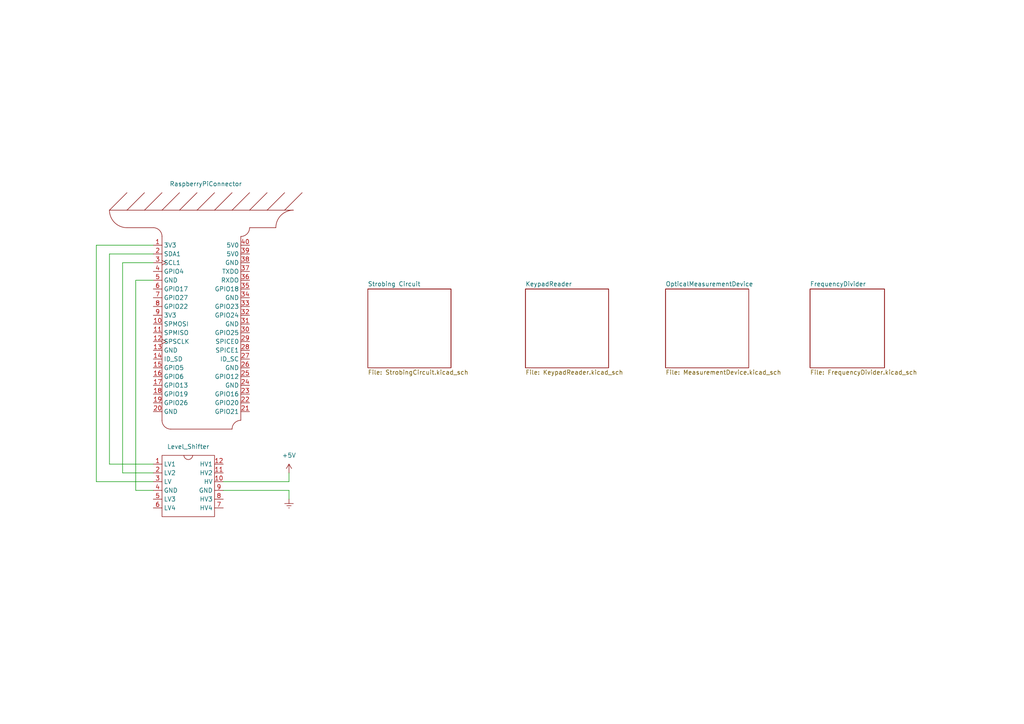
<source format=kicad_sch>
(kicad_sch (version 20211123) (generator eeschema)
  (paper "A4")
  (lib_symbols
    (symbol "EGR_270:Level_Shifter"
      (property "Reference" "U" (at 0 -10.16 0))
      (property "Value" "Level_Shifter" (at 0 10.16 0))
      (symbol "Level_Shifter_0_1"
        (rectangle (start -7.62 8.89) (end 7.62 -8.89))
        (arc (start -1.27 8.89) (mid 0 7.684) (end 1.27 8.89))
      )
      (symbol "Level_Shifter_1_1"
        (pin bidirectional line (at -10.16 6.35 0) (length 2.54) (name "LV1") (number "1"))
        (pin power_in line (at 10.16 1.27 180) (length 2.54) (name "HV") (number "10"))
        (pin bidirectional line (at 10.16 3.81 180) (length 2.54) (name "HV2") (number "11"))
        (pin bidirectional line (at 10.16 6.35 180) (length 2.54) (name "HV1") (number "12"))
        (pin bidirectional line (at -10.16 3.81 0) (length 2.54) (name "LV2") (number "2"))
        (pin power_in line (at -10.16 1.27 0) (length 2.54) (name "LV") (number "3"))
        (pin power_out line (at -10.16 -1.27 0) (length 2.54) (name "GND") (number "4"))
        (pin bidirectional line (at -10.16 -3.81 0) (length 2.54) (name "LV3") (number "5"))
        (pin bidirectional line (at -10.16 -6.35 0) (length 2.54) (name "LV4") (number "6"))
        (pin bidirectional line (at 10.16 -6.35 180) (length 2.54) (name "HV4") (number "7"))
        (pin bidirectional line (at 10.16 -3.81 180) (length 2.54) (name "HV3") (number "8"))
        (pin power_out line (at 10.16 -1.27 180) (length 2.54) (name "GND") (number "9"))
      )
    )
    (symbol "EGR_270:RaspberryPiConnector"
      (property "Reference" "U" (at 0 -27.94 0))
      (property "Value" "RaspberryPiConnector" (at -1.27 31.75 0))
      (symbol "RaspberryPiConnector_0_1"
        (arc (start -26.67 34.29) (mid -25.1815 30.6985) (end -21.59 29.21))
        (arc (start -11.43 -26.67) (mid -10.6861 -28.4661) (end -8.89 -29.21))
        (arc (start -11.43 26.67) (mid -12.1739 28.4661) (end -13.97 29.21))
        (polyline (pts (xy -26.67 34.29) (xy -21.59 39.37)))
        (polyline (pts (xy -26.67 34.29) (xy 26.67 34.29)))
        (polyline (pts (xy -21.59 34.29) (xy -16.51 39.37)))
        (polyline (pts (xy -16.51 34.29) (xy -11.43 39.37)))
        (polyline (pts (xy -13.97 29.21) (xy -21.59 29.21)))
        (polyline (pts (xy -11.43 -26.67) (xy -11.43 26.67)))
        (polyline (pts (xy -11.43 34.29) (xy -6.35 39.37)))
        (polyline (pts (xy -8.89 -29.21) (xy 8.89 -29.21)))
        (polyline (pts (xy -6.35 34.29) (xy -1.27 39.37)))
        (polyline (pts (xy -1.27 34.29) (xy 3.81 39.37)))
        (polyline (pts (xy 3.81 34.29) (xy 8.89 39.37)))
        (polyline (pts (xy 8.89 34.29) (xy 13.97 39.37)))
        (polyline (pts (xy 11.43 -26.67) (xy 11.43 26.67)))
        (polyline (pts (xy 13.97 29.21) (xy 21.59 29.21)))
        (polyline (pts (xy 13.97 34.29) (xy 19.05 39.37)))
        (polyline (pts (xy 19.05 34.29) (xy 24.13 39.37)))
        (polyline (pts (xy 24.13 34.29) (xy 29.21 39.37)))
        (arc (start 11.43 -26.67) (mid 7.0939 -24.8739) (end 8.89 -29.21))
        (arc (start 11.43 26.67) (mid 15.7661 24.8739) (end 13.97 29.21))
        (arc (start 26.67 34.29) (mid 17.9979 37.8821) (end 21.59 29.21))
      )
      (symbol "RaspberryPiConnector_1_1"
        (pin power_out line (at -13.97 24.13 0) (length 2.54) (name "3V3") (number "1"))
        (pin output line (at -13.97 1.27 0) (length 2.54) (name "SPMOSI") (number "10"))
        (pin input line (at -13.97 -1.27 0) (length 2.54) (name "SPMISO") (number "11"))
        (pin output clock (at -13.97 -3.81 0) (length 2.54) (name "SPSCLK") (number "12"))
        (pin power_out line (at -13.97 -6.35 0) (length 2.54) (name "GND") (number "13"))
        (pin bidirectional line (at -13.97 -8.89 0) (length 2.54) (name "ID_SD") (number "14"))
        (pin bidirectional line (at -13.97 -11.43 0) (length 2.54) (name "GPIO5") (number "15"))
        (pin bidirectional line (at -13.97 -13.97 0) (length 2.54) (name "GPIO6") (number "16"))
        (pin bidirectional line (at -13.97 -16.51 0) (length 2.54) (name "GPIO13") (number "17"))
        (pin bidirectional line (at -13.97 -19.05 0) (length 2.54) (name "GPIO19") (number "18"))
        (pin bidirectional line (at -13.97 -21.59 0) (length 2.54) (name "GPIO26") (number "19"))
        (pin bidirectional line (at -13.97 21.59 0) (length 2.54) (name "SDA1") (number "2"))
        (pin power_out line (at -13.97 -24.13 0) (length 2.54) (name "GND") (number "20"))
        (pin bidirectional line (at 13.97 -24.13 180) (length 2.54) (name "GPIO21") (number "21"))
        (pin bidirectional line (at 13.97 -21.59 180) (length 2.54) (name "GPIO20") (number "22"))
        (pin bidirectional line (at 13.97 -19.05 180) (length 2.54) (name "GPIO16") (number "23"))
        (pin power_out line (at 13.97 -16.51 180) (length 2.54) (name "GND") (number "24"))
        (pin bidirectional line (at 13.97 -13.97 180) (length 2.54) (name "GPIO12") (number "25"))
        (pin power_out line (at 13.97 -11.43 180) (length 2.54) (name "GND") (number "26"))
        (pin bidirectional line (at 13.97 -8.89 180) (length 2.54) (name "ID_SC") (number "27"))
        (pin bidirectional line (at 13.97 -6.35 180) (length 2.54) (name "SPICE1") (number "28"))
        (pin bidirectional line (at 13.97 -3.81 180) (length 2.54) (name "SPICE0") (number "29"))
        (pin output clock (at -13.97 19.05 0) (length 2.54) (name "SCL1") (number "3"))
        (pin bidirectional line (at 13.97 -1.27 180) (length 2.54) (name "GPIO25") (number "30"))
        (pin power_out line (at 13.97 1.27 180) (length 2.54) (name "GND") (number "31"))
        (pin bidirectional line (at 13.97 3.81 180) (length 2.54) (name "GPIO24") (number "32"))
        (pin bidirectional line (at 13.97 6.35 180) (length 2.54) (name "GPIO23") (number "33"))
        (pin power_out line (at 13.97 8.89 180) (length 2.54) (name "GND") (number "34"))
        (pin bidirectional line (at 13.97 11.43 180) (length 2.54) (name "GPIO18") (number "35"))
        (pin input line (at 13.97 13.97 180) (length 2.54) (name "RXDO") (number "36"))
        (pin output line (at 13.97 16.51 180) (length 2.54) (name "TXDO") (number "37"))
        (pin power_out line (at 13.97 19.05 180) (length 2.54) (name "GND") (number "38"))
        (pin power_out line (at 13.97 21.59 180) (length 2.54) (name "5V0") (number "39"))
        (pin bidirectional line (at -13.97 16.51 0) (length 2.54) (name "GPIO4") (number "4"))
        (pin power_out line (at 13.97 24.13 180) (length 2.54) (name "5V0") (number "40"))
        (pin power_out line (at -13.97 13.97 0) (length 2.54) (name "GND") (number "5"))
        (pin bidirectional line (at -13.97 11.43 0) (length 2.54) (name "GPIO17") (number "6"))
        (pin bidirectional line (at -13.97 8.89 0) (length 2.54) (name "GPIO27") (number "7"))
        (pin bidirectional line (at -13.97 6.35 0) (length 2.54) (name "GPIO22") (number "8"))
        (pin power_out line (at -13.97 3.81 0) (length 2.54) (name "3V3") (number "9"))
      )
    )
    (symbol "power:+5V" (power) (pin_names (offset 0))
      (property "Value" "+5V" (at 0 3.556 0))
      (symbol "+5V_0_1"
        (polyline (pts (xy -0.762 1.27) (xy 0 2.54)))
        (polyline (pts (xy 0 0) (xy 0 2.54)))
        (polyline (pts (xy 0 2.54) (xy 0.762 1.27)))
      )
      (symbol "+5V_1_1"
        (pin power_in line (at 0 0 90) (length 0) hide (name "+5V") (number "1"))
      )
    )
    (symbol "power:Earth" (power) (pin_names (offset 0))
      (symbol "Earth_0_1"
        (polyline (pts (xy -0.635 -1.905) (xy 0.635 -1.905)))
        (polyline (pts (xy -0.127 -2.54) (xy 0.127 -2.54)))
        (polyline (pts (xy 0 -1.27) (xy 0 0)))
        (polyline (pts (xy 1.27 -1.27) (xy -1.27 -1.27)))
      )
      (symbol "Earth_1_1"
        (pin power_in line (at 0 0 270) (length 0) hide (name "Earth") (number "1"))
      )
    )
  )
  (wire (pts (xy 27.94 71.12) (xy 27.94 139.7)))
  (wire (pts (xy 35.56 137.16) (xy 44.45 137.16)))
  (wire (pts (xy 31.75 134.62) (xy 44.45 134.62)))
  (wire (pts (xy 64.77 142.24) (xy 83.82 142.24)))
  (wire (pts (xy 83.82 142.24) (xy 83.82 144.78)))
  (wire (pts (xy 44.45 73.66) (xy 31.75 73.66)))
  (wire (pts (xy 39.37 81.28) (xy 44.45 81.28)))
  (wire (pts (xy 39.37 81.28) (xy 39.37 142.24)))
  (wire (pts (xy 44.45 76.2) (xy 35.56 76.2)))
  (wire (pts (xy 83.82 139.7) (xy 83.82 137.16)))
  (wire (pts (xy 35.56 76.2) (xy 35.56 137.16)))
  (wire (pts (xy 27.94 139.7) (xy 44.45 139.7)))
  (wire (pts (xy 44.45 142.24) (xy 39.37 142.24)))
  (wire (pts (xy 31.75 73.66) (xy 31.75 134.62)))
  (wire (pts (xy 44.45 71.12) (xy 27.94 71.12)))
  (wire (pts (xy 64.77 139.7) (xy 83.82 139.7)))
  (symbol (lib_id "EGR_270:Level_Shifter") (at 54.61 140.97 0) (unit 1)
    (property "Reference" "U?" (effects hide))
    (property "Value" "Level_Shifter" (at 54.61 129.54 0))
  )
  (symbol (lib_id "power:+5V") (at 83.82 137.16 0) (unit 1)
    (property "Reference" "#PWR?" (effects hide))
    (property "Value" "+5V" (at 83.82 132.08 0))
  )
  (symbol (lib_id "power:Earth") (at 83.82 144.78 0) (unit 1)
    (property "Reference" "#PWR?" (effects hide))
    (property "Value" "Earth" (effects hide))
  )
  (symbol (lib_id "EGR_270:RaspberryPiConnector") (at 58.42 95.25 0) (unit 1)
    (property "Reference" "U?" (effects hide))
    (property "Value" "RaspberryPiConnector" (at 59.69 53.34 0))
  )
  (sheet (at 106.68 83.82) (size 24.13 22.86) (stroke (width 0.1524))
    (property "Sheet name" "Strobing Circuit" (at 106.68 83.1084 0) (effects (justify left bottom)))
    (property "Sheet file" "StrobingCircuit.kicad_sch" (at 106.68 107.2646 0) (effects (justify left top)))
  )
  (sheet (at 152.4 83.82) (size 24.13 22.86) (stroke (width 0.1524))
    (property "Sheet name" "KeypadReader" (at 152.4 83.1084 0) (effects (justify left bottom)))
    (property "Sheet file" "KeypadReader.kicad_sch" (at 152.4 107.2646 0) (effects (justify left top)))
  )
  (sheet (at 234.95 83.82) (size 21.59 22.86) (stroke (width 0.1524))
    (property "Sheet name" "FrequencyDivider" (at 234.95 83.1084 0) (effects (justify left bottom)))
    (property "Sheet file" "FrequencyDivider.kicad_sch" (at 234.95 107.2646 0) (effects (justify left top)))
  )
  (sheet (at 193.04 83.82) (size 24.13 22.86) (stroke (width 0.1524))
    (property "Sheet name" "OpticalMeasurementDevice" (at 193.04 83.1084 0) (effects (justify left bottom)))
    (property "Sheet file" "MeasurementDevice.kicad_sch" (at 193.04 107.2646 0) (effects (justify left top)))
  )
)
</source>
